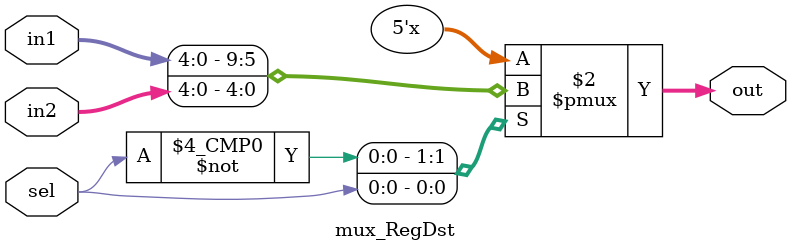
<source format=v>
module mux_RegDst (
    input [4:0] in1, in2,  // Entrada 2 (5 bits)
    input sel,        // Sinal de seleção (1 bit)
    output reg [4:0] out // Saída (5 bits)
);
    always @(*) begin
        case (sel)
            1'b0: out = in1; // Seleciona in1
            1'b1: out = in2; // Seleciona in2
            default: out = 5'b0; // Default (opcional)
        endcase
    end
endmodule
</source>
